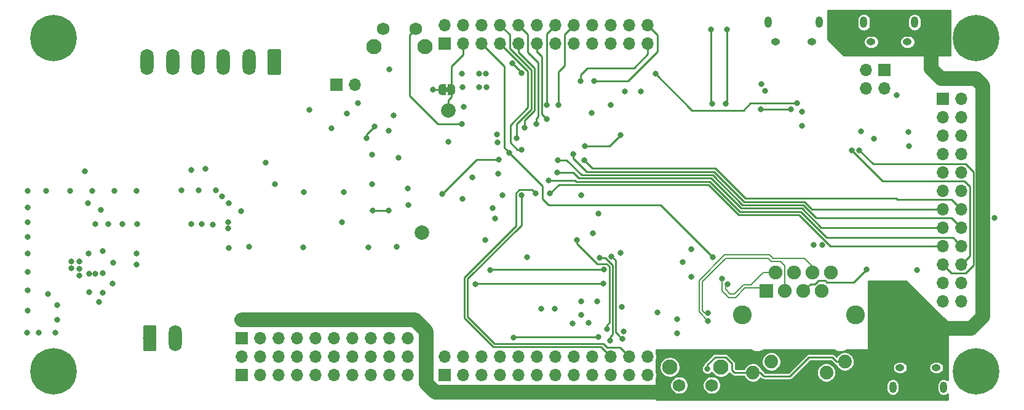
<source format=gbr>
G04 #@! TF.GenerationSoftware,KiCad,Pcbnew,(5.1.2)-1*
G04 #@! TF.CreationDate,2019-05-24T14:01:13-03:00*
G04 #@! TF.ProjectId,trololo,74726f6c-6f6c-46f2-9e6b-696361645f70,rev?*
G04 #@! TF.SameCoordinates,Original*
G04 #@! TF.FileFunction,Copper,L4,Bot*
G04 #@! TF.FilePolarity,Positive*
%FSLAX46Y46*%
G04 Gerber Fmt 4.6, Leading zero omitted, Abs format (unit mm)*
G04 Created by KiCad (PCBNEW (5.1.2)-1) date 2019-05-24 14:01:13*
%MOMM*%
%LPD*%
G04 APERTURE LIST*
%ADD10C,0.100000*%
%ADD11C,2.100000*%
%ADD12C,1.750000*%
%ADD13C,2.000000*%
%ADD14C,0.500000*%
%ADD15R,1.700000X1.700000*%
%ADD16O,1.700000X1.700000*%
%ADD17O,1.000000X1.550000*%
%ADD18O,1.250000X0.950000*%
%ADD19R,1.900000X1.900000*%
%ADD20C,1.900000*%
%ADD21C,1.890000*%
%ADD22C,2.600000*%
%ADD23C,1.800000*%
%ADD24O,1.800000X3.600000*%
%ADD25C,0.800000*%
%ADD26C,6.400000*%
%ADD27C,0.250000*%
%ADD28C,2.000000*%
%ADD29C,0.200000*%
%ADD30C,0.254000*%
G04 APERTURE END LIST*
D10*
G36*
X116844000Y-39070000D02*
G01*
X117344000Y-39070000D01*
X117344000Y-39670000D01*
X116844000Y-39670000D01*
X116844000Y-39070000D01*
G37*
D11*
X147810940Y-77657160D03*
D12*
X149070940Y-80147160D03*
X153570940Y-80147160D03*
D11*
X154820940Y-77657160D03*
X114101160Y-33457680D03*
D12*
X112841160Y-30967680D03*
X108341160Y-30967680D03*
D11*
X107091160Y-33457680D03*
D13*
X113713260Y-59067700D03*
D14*
X117744000Y-39370000D03*
D10*
G36*
X117244000Y-38620000D02*
G01*
X117744000Y-38620000D01*
X117744000Y-38620602D01*
X117768534Y-38620602D01*
X117817365Y-38625412D01*
X117865490Y-38634984D01*
X117912445Y-38649228D01*
X117957778Y-38668005D01*
X118001051Y-38691136D01*
X118041850Y-38718396D01*
X118079779Y-38749524D01*
X118114476Y-38784221D01*
X118145604Y-38822150D01*
X118172864Y-38862949D01*
X118195995Y-38906222D01*
X118214772Y-38951555D01*
X118229016Y-38998510D01*
X118238588Y-39046635D01*
X118243398Y-39095466D01*
X118243398Y-39120000D01*
X118244000Y-39120000D01*
X118244000Y-39620000D01*
X118243398Y-39620000D01*
X118243398Y-39644534D01*
X118238588Y-39693365D01*
X118229016Y-39741490D01*
X118214772Y-39788445D01*
X118195995Y-39833778D01*
X118172864Y-39877051D01*
X118145604Y-39917850D01*
X118114476Y-39955779D01*
X118079779Y-39990476D01*
X118041850Y-40021604D01*
X118001051Y-40048864D01*
X117957778Y-40071995D01*
X117912445Y-40090772D01*
X117865490Y-40105016D01*
X117817365Y-40114588D01*
X117768534Y-40119398D01*
X117744000Y-40119398D01*
X117744000Y-40120000D01*
X117244000Y-40120000D01*
X117244000Y-38620000D01*
X117244000Y-38620000D01*
G37*
D14*
X116444000Y-39370000D03*
D10*
G36*
X116444000Y-40119398D02*
G01*
X116419466Y-40119398D01*
X116370635Y-40114588D01*
X116322510Y-40105016D01*
X116275555Y-40090772D01*
X116230222Y-40071995D01*
X116186949Y-40048864D01*
X116146150Y-40021604D01*
X116108221Y-39990476D01*
X116073524Y-39955779D01*
X116042396Y-39917850D01*
X116015136Y-39877051D01*
X115992005Y-39833778D01*
X115973228Y-39788445D01*
X115958984Y-39741490D01*
X115949412Y-39693365D01*
X115944602Y-39644534D01*
X115944602Y-39620000D01*
X115944000Y-39620000D01*
X115944000Y-39120000D01*
X115944602Y-39120000D01*
X115944602Y-39095466D01*
X115949412Y-39046635D01*
X115958984Y-38998510D01*
X115973228Y-38951555D01*
X115992005Y-38906222D01*
X116015136Y-38862949D01*
X116042396Y-38822150D01*
X116073524Y-38784221D01*
X116108221Y-38749524D01*
X116146150Y-38718396D01*
X116186949Y-38691136D01*
X116230222Y-38668005D01*
X116275555Y-38649228D01*
X116322510Y-38634984D01*
X116370635Y-38625412D01*
X116419466Y-38620602D01*
X116444000Y-38620602D01*
X116444000Y-38620000D01*
X116944000Y-38620000D01*
X116944000Y-40120000D01*
X116444000Y-40120000D01*
X116444000Y-40119398D01*
X116444000Y-40119398D01*
G37*
D13*
X117304820Y-42224960D03*
D15*
X116840000Y-33020000D03*
D16*
X116840000Y-30480000D03*
X119380000Y-33020000D03*
X119380000Y-30480000D03*
X121920000Y-33020000D03*
X121920000Y-30480000D03*
X124460000Y-33020000D03*
X124460000Y-30480000D03*
X127000000Y-33020000D03*
X127000000Y-30480000D03*
X129540000Y-33020000D03*
X129540000Y-30480000D03*
X132080000Y-33020000D03*
X132080000Y-30480000D03*
X134620000Y-33020000D03*
X134620000Y-30480000D03*
X137160000Y-33020000D03*
X137160000Y-30480000D03*
X139700000Y-33020000D03*
X139700000Y-30480000D03*
X142240000Y-33020000D03*
X142240000Y-30480000D03*
X144780000Y-33020000D03*
X144780000Y-30480000D03*
D17*
X174503200Y-30091400D03*
X181503200Y-30091400D03*
D18*
X180503200Y-32791400D03*
X175503200Y-32791400D03*
D17*
X185491000Y-80424000D03*
X178491000Y-80424000D03*
D18*
X179491000Y-77724000D03*
X184491000Y-77724000D03*
D17*
X161346000Y-30066000D03*
X168346000Y-30066000D03*
D18*
X167346000Y-32766000D03*
X162346000Y-32766000D03*
D19*
X161112200Y-67170300D03*
D20*
X162382200Y-64630300D03*
X163652200Y-67170300D03*
X164922200Y-64630300D03*
X166192200Y-67170300D03*
X167462200Y-64630300D03*
X168732200Y-67170300D03*
X170002200Y-64630300D03*
D21*
X171882200Y-76890300D03*
X169342200Y-78410300D03*
X161772200Y-76890300D03*
X159232200Y-78410300D03*
D22*
X157782200Y-70460300D03*
X173332200Y-70460300D03*
D15*
X88900000Y-78740000D03*
D16*
X88900000Y-76200000D03*
X91440000Y-78740000D03*
X91440000Y-76200000D03*
X93980000Y-78740000D03*
X93980000Y-76200000D03*
X96520000Y-78740000D03*
X96520000Y-76200000D03*
X99060000Y-78740000D03*
X99060000Y-76200000D03*
X101600000Y-78740000D03*
X101600000Y-76200000D03*
X104140000Y-78740000D03*
X104140000Y-76200000D03*
X106680000Y-78740000D03*
X106680000Y-76200000D03*
X109220000Y-78740000D03*
X109220000Y-76200000D03*
X111760000Y-78740000D03*
X111760000Y-76200000D03*
D15*
X88900000Y-73660000D03*
D16*
X88900000Y-71120000D03*
X91440000Y-73660000D03*
X91440000Y-71120000D03*
X93980000Y-73660000D03*
X93980000Y-71120000D03*
X96520000Y-73660000D03*
X96520000Y-71120000D03*
X99060000Y-73660000D03*
X99060000Y-71120000D03*
X101600000Y-73660000D03*
X101600000Y-71120000D03*
X104140000Y-73660000D03*
X104140000Y-71120000D03*
X106680000Y-73660000D03*
X106680000Y-71120000D03*
X109220000Y-73660000D03*
X109220000Y-71120000D03*
X111760000Y-73660000D03*
X111760000Y-71120000D03*
D15*
X101942900Y-38658800D03*
D16*
X104482900Y-38658800D03*
D15*
X177302160Y-36695380D03*
D16*
X177302160Y-39235380D03*
X174762160Y-36695380D03*
X174762160Y-39235380D03*
D10*
G36*
X76874504Y-71861204D02*
G01*
X76898773Y-71864804D01*
X76922571Y-71870765D01*
X76945671Y-71879030D01*
X76967849Y-71889520D01*
X76988893Y-71902133D01*
X77008598Y-71916747D01*
X77026777Y-71933223D01*
X77043253Y-71951402D01*
X77057867Y-71971107D01*
X77070480Y-71992151D01*
X77080970Y-72014329D01*
X77089235Y-72037429D01*
X77095196Y-72061227D01*
X77098796Y-72085496D01*
X77100000Y-72110000D01*
X77100000Y-75210000D01*
X77098796Y-75234504D01*
X77095196Y-75258773D01*
X77089235Y-75282571D01*
X77080970Y-75305671D01*
X77070480Y-75327849D01*
X77057867Y-75348893D01*
X77043253Y-75368598D01*
X77026777Y-75386777D01*
X77008598Y-75403253D01*
X76988893Y-75417867D01*
X76967849Y-75430480D01*
X76945671Y-75440970D01*
X76922571Y-75449235D01*
X76898773Y-75455196D01*
X76874504Y-75458796D01*
X76850000Y-75460000D01*
X75550000Y-75460000D01*
X75525496Y-75458796D01*
X75501227Y-75455196D01*
X75477429Y-75449235D01*
X75454329Y-75440970D01*
X75432151Y-75430480D01*
X75411107Y-75417867D01*
X75391402Y-75403253D01*
X75373223Y-75386777D01*
X75356747Y-75368598D01*
X75342133Y-75348893D01*
X75329520Y-75327849D01*
X75319030Y-75305671D01*
X75310765Y-75282571D01*
X75304804Y-75258773D01*
X75301204Y-75234504D01*
X75300000Y-75210000D01*
X75300000Y-72110000D01*
X75301204Y-72085496D01*
X75304804Y-72061227D01*
X75310765Y-72037429D01*
X75319030Y-72014329D01*
X75329520Y-71992151D01*
X75342133Y-71971107D01*
X75356747Y-71951402D01*
X75373223Y-71933223D01*
X75391402Y-71916747D01*
X75411107Y-71902133D01*
X75432151Y-71889520D01*
X75454329Y-71879030D01*
X75477429Y-71870765D01*
X75501227Y-71864804D01*
X75525496Y-71861204D01*
X75550000Y-71860000D01*
X76850000Y-71860000D01*
X76874504Y-71861204D01*
X76874504Y-71861204D01*
G37*
D23*
X76200000Y-73660000D03*
D24*
X79700000Y-73660000D03*
D15*
X116840000Y-78740000D03*
D16*
X116840000Y-76200000D03*
X119380000Y-78740000D03*
X119380000Y-76200000D03*
X121920000Y-78740000D03*
X121920000Y-76200000D03*
X124460000Y-78740000D03*
X124460000Y-76200000D03*
X127000000Y-78740000D03*
X127000000Y-76200000D03*
X129540000Y-78740000D03*
X129540000Y-76200000D03*
X132080000Y-78740000D03*
X132080000Y-76200000D03*
X134620000Y-78740000D03*
X134620000Y-76200000D03*
X137160000Y-78740000D03*
X137160000Y-76200000D03*
X139700000Y-78740000D03*
X139700000Y-76200000D03*
X142240000Y-78740000D03*
X142240000Y-76200000D03*
X144780000Y-78740000D03*
X144780000Y-76200000D03*
X187960000Y-68580000D03*
X185420000Y-68580000D03*
X187960000Y-66040000D03*
X185420000Y-66040000D03*
X187960000Y-63500000D03*
X185420000Y-63500000D03*
X187960000Y-60960000D03*
X185420000Y-60960000D03*
X187960000Y-58420000D03*
X185420000Y-58420000D03*
X187960000Y-55880000D03*
X185420000Y-55880000D03*
X187960000Y-53340000D03*
X185420000Y-53340000D03*
X187960000Y-50800000D03*
X185420000Y-50800000D03*
X187960000Y-48260000D03*
X185420000Y-48260000D03*
X187960000Y-45720000D03*
X185420000Y-45720000D03*
X187960000Y-43180000D03*
X185420000Y-43180000D03*
X187960000Y-40640000D03*
D15*
X185420000Y-40640000D03*
D10*
G36*
X94034504Y-33761204D02*
G01*
X94058773Y-33764804D01*
X94082571Y-33770765D01*
X94105671Y-33779030D01*
X94127849Y-33789520D01*
X94148893Y-33802133D01*
X94168598Y-33816747D01*
X94186777Y-33833223D01*
X94203253Y-33851402D01*
X94217867Y-33871107D01*
X94230480Y-33892151D01*
X94240970Y-33914329D01*
X94249235Y-33937429D01*
X94255196Y-33961227D01*
X94258796Y-33985496D01*
X94260000Y-34010000D01*
X94260000Y-37110000D01*
X94258796Y-37134504D01*
X94255196Y-37158773D01*
X94249235Y-37182571D01*
X94240970Y-37205671D01*
X94230480Y-37227849D01*
X94217867Y-37248893D01*
X94203253Y-37268598D01*
X94186777Y-37286777D01*
X94168598Y-37303253D01*
X94148893Y-37317867D01*
X94127849Y-37330480D01*
X94105671Y-37340970D01*
X94082571Y-37349235D01*
X94058773Y-37355196D01*
X94034504Y-37358796D01*
X94010000Y-37360000D01*
X92710000Y-37360000D01*
X92685496Y-37358796D01*
X92661227Y-37355196D01*
X92637429Y-37349235D01*
X92614329Y-37340970D01*
X92592151Y-37330480D01*
X92571107Y-37317867D01*
X92551402Y-37303253D01*
X92533223Y-37286777D01*
X92516747Y-37268598D01*
X92502133Y-37248893D01*
X92489520Y-37227849D01*
X92479030Y-37205671D01*
X92470765Y-37182571D01*
X92464804Y-37158773D01*
X92461204Y-37134504D01*
X92460000Y-37110000D01*
X92460000Y-34010000D01*
X92461204Y-33985496D01*
X92464804Y-33961227D01*
X92470765Y-33937429D01*
X92479030Y-33914329D01*
X92489520Y-33892151D01*
X92502133Y-33871107D01*
X92516747Y-33851402D01*
X92533223Y-33833223D01*
X92551402Y-33816747D01*
X92571107Y-33802133D01*
X92592151Y-33789520D01*
X92614329Y-33779030D01*
X92637429Y-33770765D01*
X92661227Y-33764804D01*
X92685496Y-33761204D01*
X92710000Y-33760000D01*
X94010000Y-33760000D01*
X94034504Y-33761204D01*
X94034504Y-33761204D01*
G37*
D23*
X93360000Y-35560000D03*
D24*
X89860000Y-35560000D03*
X86360000Y-35560000D03*
X82860000Y-35560000D03*
X79360000Y-35560000D03*
X75860000Y-35560000D03*
D25*
X61294944Y-33955056D03*
X62992000Y-34658000D03*
X64689056Y-33955056D03*
X65392000Y-32258000D03*
X64689056Y-30560944D03*
X62992000Y-29858000D03*
X61294944Y-30560944D03*
X60592000Y-32258000D03*
D26*
X62992000Y-32258000D03*
X62992000Y-78232000D03*
D25*
X65392000Y-78232000D03*
X64689056Y-79929056D03*
X62992000Y-80632000D03*
X61294944Y-79929056D03*
X60592000Y-78232000D03*
X61294944Y-76534944D03*
X62992000Y-75832000D03*
X64689056Y-76534944D03*
X188294944Y-33955056D03*
X189992000Y-34658000D03*
X191689056Y-33955056D03*
X192392000Y-32258000D03*
X191689056Y-30560944D03*
X189992000Y-29858000D03*
X188294944Y-30560944D03*
X187592000Y-32258000D03*
D26*
X189992000Y-32258000D03*
X189992000Y-78232000D03*
D25*
X192392000Y-78232000D03*
X191689056Y-79929056D03*
X189992000Y-80632000D03*
X188294944Y-79929056D03*
X187592000Y-78232000D03*
X188294944Y-76534944D03*
X189992000Y-75832000D03*
X191689056Y-76534944D03*
X146080480Y-70073280D03*
X137967720Y-56436260D03*
X139629611Y-41456185D03*
X106293920Y-61153040D03*
X124741940Y-53964840D03*
X131993640Y-69565520D03*
X109166660Y-36558220D03*
X68684140Y-57914540D03*
X70520560Y-57914540D03*
X72425560Y-57937400D03*
X74442320Y-57942480D03*
X71120000Y-66116200D03*
X69761100Y-64693800D03*
X71132700Y-63271400D03*
X69697600Y-61620400D03*
X74422000Y-53340000D03*
X74422000Y-63500000D03*
X74422000Y-61976000D03*
X61976000Y-53340000D03*
X59436000Y-53340000D03*
X68326000Y-53340000D03*
X71374000Y-53340000D03*
X65278000Y-53340000D03*
X59349000Y-72898000D03*
X59436000Y-61976000D03*
X59436000Y-57658000D03*
X59436000Y-67056000D03*
X59436000Y-64516000D03*
X59436000Y-69850000D03*
X59436000Y-59690000D03*
X59436000Y-55626000D03*
X63246000Y-72898000D03*
X63497420Y-69085420D03*
X63497420Y-71117420D03*
X60960000Y-72898000D03*
X62230000Y-67564000D03*
X106845098Y-52438300D03*
X137831260Y-68569140D03*
X135582420Y-68582300D03*
X153451560Y-31074360D03*
X111770160Y-55316120D03*
X122547620Y-39024800D03*
X121513360Y-39024800D03*
X119220220Y-39032420D03*
X123766080Y-57190140D03*
X69761100Y-67386200D03*
X115189000Y-39370000D03*
X124124720Y-46682662D03*
X120629440Y-51516040D03*
X174086398Y-45151160D03*
X166030750Y-42384980D03*
X153629360Y-41287700D03*
X180670200Y-45189140D03*
X117302280Y-46548040D03*
X135590280Y-53901340D03*
X124035820Y-45587920D03*
X148778200Y-71015860D03*
X148778200Y-73019920D03*
X141183360Y-69319140D03*
X137021094Y-42568970D03*
X141607540Y-39616140D03*
X143809720Y-39601140D03*
X137190480Y-59174620D03*
X119265700Y-54477920D03*
X103359504Y-42679482D03*
X130136900Y-69598540D03*
X181838600Y-64231520D03*
X141043660Y-61882020D03*
X69446140Y-56007000D03*
X67688460Y-55039260D03*
X67818000Y-61976000D03*
X67830700Y-67297300D03*
X65405000Y-63982600D03*
X67840620Y-64747380D03*
X68732400Y-64744600D03*
X66506720Y-65065280D03*
X123451620Y-55694580D03*
X134414260Y-71645780D03*
X135600200Y-70457300D03*
X136624060Y-71513700D03*
X141433360Y-72728900D03*
X150746460Y-65173860D03*
X149563060Y-63200520D03*
X155646120Y-31074360D03*
X160378140Y-38580060D03*
X160957260Y-39540180D03*
X167640000Y-60764420D03*
X168750692Y-60811968D03*
X179049680Y-40147240D03*
X110454440Y-48780700D03*
X111749840Y-53022500D03*
X122512060Y-37149800D03*
X121531620Y-37149800D03*
X119204980Y-37157420D03*
X69189600Y-68707000D03*
X66522600Y-64058800D03*
X66522600Y-63042800D03*
X65405000Y-63093600D03*
X106849760Y-48378960D03*
X101269800Y-44729400D03*
X104835960Y-41221660D03*
X175921722Y-46134673D03*
X124180600Y-50990500D03*
X109743000Y-42911000D03*
X109093000Y-45085000D03*
X119413020Y-41744900D03*
X128135380Y-62501780D03*
X150749000Y-61386720D03*
X67256660Y-50591720D03*
X166032180Y-44404280D03*
X192529260Y-57061100D03*
X102943660Y-53533040D03*
X110185200Y-61023500D03*
X155501340Y-41292780D03*
X180710840Y-47155100D03*
X122384820Y-60111640D03*
X102704900Y-57685940D03*
X138653520Y-66146680D03*
X121032110Y-66174665D03*
X138709400Y-64160400D03*
X123058389Y-64231059D03*
X137937670Y-73484310D03*
X126329440Y-73553320D03*
X139174913Y-72377796D03*
X135041640Y-60078620D03*
X138176000Y-62611000D03*
X139603480Y-74033380D03*
X141287492Y-73787000D03*
X139776198Y-62382400D03*
X106941620Y-56073040D03*
X109141260Y-56062880D03*
X126139367Y-35760233D03*
X127381000Y-37084000D03*
X136144000Y-47134780D03*
X125737620Y-48107600D03*
X141038580Y-45633640D03*
X153723340Y-62478920D03*
X172819074Y-47751160D03*
X173913800Y-47713900D03*
X160294320Y-42092880D03*
X164495480Y-42097960D03*
X145806160Y-37203380D03*
X165308280Y-41236900D03*
X176735740Y-66438780D03*
X176735740Y-69347080D03*
X176735740Y-67497960D03*
X176735740Y-68473320D03*
X182753000Y-32131000D03*
X184658000Y-31115000D03*
X184658000Y-29337000D03*
X182880000Y-31115000D03*
X182880000Y-29337000D03*
X183769000Y-30226000D03*
X186055000Y-31115000D03*
X186055000Y-29337000D03*
X185293000Y-30226000D03*
X171173140Y-31635700D03*
X172509180Y-31635700D03*
X169857420Y-31658560D03*
X169903140Y-28829000D03*
X172509180Y-28806140D03*
X171084240Y-28829000D03*
X171173140Y-30299660D03*
X172486320Y-30276800D03*
X169857420Y-30276800D03*
X107155979Y-44450000D03*
X106056186Y-46084941D03*
X153055320Y-71264000D03*
X153055320Y-70214000D03*
X155755732Y-66182632D03*
X155013268Y-65440168D03*
X174876460Y-64190880D03*
X130822700Y-43402511D03*
X129443480Y-44127511D03*
X127835660Y-44594780D03*
X126682500Y-46073060D03*
X127370840Y-47645320D03*
X119171720Y-44091860D03*
X116476780Y-53784500D03*
X124218700Y-49055020D03*
X127351370Y-53952990D03*
X129313938Y-53662580D03*
X131307840Y-53710840D03*
X131135120Y-51925220D03*
X132341620Y-50787300D03*
X132417820Y-49095660D03*
X134495540Y-48280320D03*
X136032240Y-49096228D03*
X137388600Y-38227000D03*
X135518740Y-38210376D03*
X132483860Y-41502490D03*
X130900010Y-41471680D03*
X97403920Y-53540660D03*
X84879180Y-57967880D03*
X81922620Y-57937400D03*
X83365340Y-57937400D03*
X89916000Y-61087000D03*
X92146120Y-49425860D03*
X98191320Y-42169080D03*
X83898740Y-50322480D03*
X81904840Y-50441860D03*
X97309940Y-61153040D03*
X93451680Y-52392580D03*
X80601820Y-53266340D03*
X82931240Y-53284360D03*
X85298520Y-53276740D03*
X86144100Y-54122320D03*
X87049360Y-55027580D03*
X87039200Y-57629040D03*
X87039200Y-58497720D03*
X88767920Y-56164480D03*
X87068660Y-61188600D03*
X152976580Y-77896720D03*
D27*
X116444000Y-39370000D02*
X115189000Y-39370000D01*
X153451560Y-41109900D02*
X153629360Y-41287700D01*
X153451560Y-31074360D02*
X153451560Y-41109900D01*
X155646120Y-41148000D02*
X155501340Y-41292780D01*
X155646120Y-31074360D02*
X155646120Y-41148000D01*
X138653520Y-66146680D02*
X121060095Y-66146680D01*
X121060095Y-66146680D02*
X121032110Y-66174665D01*
X138709400Y-64160400D02*
X123129048Y-64160400D01*
X123129048Y-64160400D02*
X123058389Y-64231059D01*
X126398450Y-73484310D02*
X126329440Y-73553320D01*
X137937670Y-73484310D02*
X126398450Y-73484310D01*
X137821135Y-63423800D02*
X135041640Y-60644305D01*
X139115800Y-63423800D02*
X137821135Y-63423800D01*
X135041640Y-60644305D02*
X135041640Y-60078620D01*
X139467934Y-71519090D02*
X139467934Y-63775934D01*
X139174913Y-71812111D02*
X139467934Y-71519090D01*
X139467934Y-63775934D02*
X139115800Y-63423800D01*
X139174913Y-72377796D02*
X139174913Y-71812111D01*
X139918440Y-73152735D02*
X139603480Y-73467695D01*
X139603480Y-73467695D02*
X139603480Y-74033380D01*
X139918440Y-63590029D02*
X139918440Y-73152735D01*
X138939411Y-62611000D02*
X139918440Y-63590029D01*
X138176000Y-62611000D02*
X138939411Y-62611000D01*
X140383260Y-62989462D02*
X140176197Y-62782399D01*
X140176197Y-62782399D02*
X139776198Y-62382400D01*
X140383260Y-72838479D02*
X140383260Y-62989462D01*
X140887493Y-73342712D02*
X140383260Y-72838479D01*
X140887493Y-73387001D02*
X140887493Y-73342712D01*
X141287492Y-73787000D02*
X140887493Y-73387001D01*
X106941620Y-56073040D02*
X109131100Y-56073040D01*
X109131100Y-56073040D02*
X109141260Y-56062880D01*
X127381000Y-37001866D02*
X126139367Y-35760233D01*
X127381000Y-37084000D02*
X127381000Y-37001866D01*
X125053421Y-36153421D02*
X125053421Y-47423401D01*
X125337621Y-47707601D02*
X125737620Y-48107600D01*
X121920000Y-33020000D02*
X125053421Y-36153421D01*
X125053421Y-47423401D02*
X125337621Y-47707601D01*
X140638581Y-46033639D02*
X141038580Y-45633640D01*
X139537440Y-47134780D02*
X140638581Y-46033639D01*
X136144000Y-47134780D02*
X139537440Y-47134780D01*
X125737620Y-48107600D02*
X130309620Y-52679600D01*
X146514820Y-55270400D02*
X153323341Y-62078921D01*
X130309620Y-54477920D02*
X131102100Y-55270400D01*
X131102100Y-55270400D02*
X146514820Y-55270400D01*
X130309620Y-52679600D02*
X130309620Y-54477920D01*
X153323341Y-62078921D02*
X153723340Y-62478920D01*
X172830920Y-47751160D02*
X172819074Y-47751160D01*
X177054761Y-51975001D02*
X172830920Y-47751160D01*
X188334003Y-51975001D02*
X177054761Y-51975001D01*
X189135001Y-52775999D02*
X188334003Y-51975001D01*
X187960000Y-63500000D02*
X189135001Y-62324999D01*
X189135001Y-62324999D02*
X189135001Y-52775999D01*
X186595001Y-64675001D02*
X185420000Y-63500000D01*
X188524001Y-64675001D02*
X186595001Y-64675001D01*
X173913800Y-47716440D02*
X175822359Y-49624999D01*
X173913800Y-47713900D02*
X173913800Y-47716440D01*
X175822359Y-49624999D02*
X188524001Y-49624999D01*
X188524001Y-49624999D02*
X189598300Y-50699298D01*
X189598300Y-50699298D02*
X189598300Y-63600702D01*
X189598300Y-63600702D02*
X188524001Y-64675001D01*
X160294320Y-42092880D02*
X164490400Y-42092880D01*
X164490400Y-42092880D02*
X164495480Y-42097960D01*
X164742595Y-41236900D02*
X165308280Y-41236900D01*
X158912560Y-41236900D02*
X164742595Y-41236900D01*
X157914340Y-42235120D02*
X158912560Y-41236900D01*
X145806160Y-37203380D02*
X150837900Y-42235120D01*
X150837900Y-42235120D02*
X157914340Y-42235120D01*
X184658000Y-31115000D02*
X182880000Y-31115000D01*
X182880000Y-31115000D02*
X183769000Y-30226000D01*
X184658000Y-31115000D02*
X186055000Y-31115000D01*
X184658000Y-31115000D02*
X184658000Y-30861000D01*
X184658000Y-30861000D02*
X185293000Y-30226000D01*
X171173140Y-31635700D02*
X172509180Y-31635700D01*
X169857420Y-28874720D02*
X169903140Y-28829000D01*
X172509180Y-31635700D02*
X172509180Y-30299660D01*
X172509180Y-30299660D02*
X172486320Y-30276800D01*
X169857420Y-31658560D02*
X169857420Y-30276800D01*
X169857420Y-30276800D02*
X169857420Y-28874720D01*
D28*
X88900000Y-71120000D02*
X112712500Y-71120000D01*
X114305080Y-79890620D02*
X115534440Y-81119980D01*
X114305080Y-72712580D02*
X114305080Y-79890620D01*
X112712500Y-71120000D02*
X114305080Y-72712580D01*
X171610020Y-81119980D02*
X180340000Y-72390000D01*
X145434022Y-81119980D02*
X145461962Y-81147920D01*
X115534440Y-81119980D02*
X145434022Y-81119980D01*
X145461962Y-81147920D02*
X146679920Y-81147920D01*
X183769000Y-31958280D02*
X183769000Y-30226000D01*
X183769000Y-36522660D02*
X183769000Y-31958280D01*
X185127900Y-37881560D02*
X183769000Y-36522660D01*
X189969140Y-37881560D02*
X185127900Y-37881560D01*
X190929260Y-38841680D02*
X189969140Y-37881560D01*
X184774840Y-72293480D02*
X189293500Y-72293480D01*
X189293500Y-72293480D02*
X190929260Y-70657720D01*
X190929260Y-70657720D02*
X190929260Y-38841680D01*
D27*
X106056186Y-45549793D02*
X106056186Y-46084941D01*
X107155979Y-44450000D02*
X106056186Y-45549793D01*
D29*
X151854960Y-70063640D02*
X151854960Y-65664860D01*
X153055320Y-71264000D02*
X151854960Y-70063640D01*
X151854960Y-65664860D02*
X155344640Y-62175180D01*
X167462200Y-63792100D02*
X167462200Y-64630300D01*
X155344640Y-62175180D02*
X161515279Y-62175180D01*
X166339520Y-62669420D02*
X167462200Y-63792100D01*
X161515279Y-62175180D02*
X162009519Y-62669420D01*
X162009519Y-62669420D02*
X166339520Y-62669420D01*
X163652200Y-64948499D02*
X163652200Y-67170300D01*
X163632201Y-64928500D02*
X163652200Y-64948499D01*
X163632201Y-63678121D02*
X163632201Y-64928500D01*
X152641717Y-70214000D02*
X152304960Y-69877243D01*
X152304960Y-69877243D02*
X152304960Y-65851260D01*
X163052760Y-63098680D02*
X163632201Y-63678121D01*
X153055320Y-70214000D02*
X152641717Y-70214000D01*
X161328881Y-62625180D02*
X161802381Y-63098680D01*
X152304960Y-65851260D02*
X155531040Y-62625180D01*
X161802381Y-63098680D02*
X163052760Y-63098680D01*
X155531040Y-62625180D02*
X161328881Y-62625180D01*
X160657540Y-64630300D02*
X162382200Y-64630300D01*
X158977540Y-66310300D02*
X160657540Y-64630300D01*
X155463268Y-66475096D02*
X155463268Y-66928328D01*
X155755732Y-66182632D02*
X155463268Y-66475096D01*
X155463268Y-66928328D02*
X156125400Y-67590460D01*
X156125400Y-67590460D02*
X156645120Y-67590460D01*
X156645120Y-67590460D02*
X157925280Y-66310300D01*
X157925280Y-66310300D02*
X158977540Y-66310300D01*
X155013268Y-67114728D02*
X155939000Y-68040460D01*
X155013268Y-65440168D02*
X155013268Y-67114728D01*
X155939000Y-68040460D02*
X156831520Y-68040460D01*
X160702200Y-66760300D02*
X161112200Y-67170300D01*
X158111680Y-66760300D02*
X160702200Y-66760300D01*
X156831520Y-68040460D02*
X158111680Y-66760300D01*
D27*
X169396141Y-65947239D02*
X173120101Y-65947239D01*
X169173942Y-65725040D02*
X169396141Y-65947239D01*
X168254462Y-65725040D02*
X169173942Y-65725040D01*
X174476461Y-64590879D02*
X174876460Y-64190880D01*
X167759201Y-66220301D02*
X168254462Y-65725040D01*
X167142199Y-66220301D02*
X167759201Y-66220301D01*
X173120101Y-65947239D02*
X174476461Y-64590879D01*
X166192200Y-67170300D02*
X167142199Y-66220301D01*
X129540000Y-34222081D02*
X129540000Y-33020000D01*
X129599081Y-34222081D02*
X129540000Y-34222081D01*
X130175000Y-34798000D02*
X129599081Y-34222081D01*
X130822700Y-43402511D02*
X130175000Y-42754811D01*
X130175000Y-42754811D02*
X130175000Y-34798000D01*
X127849999Y-31329999D02*
X127000000Y-30480000D01*
X129443480Y-43350180D02*
X129667000Y-43126660D01*
X129667000Y-43126660D02*
X129667000Y-35643820D01*
X129443480Y-44127511D02*
X129443480Y-43350180D01*
X129667000Y-35643820D02*
X128259840Y-34236660D01*
X128259840Y-31739840D02*
X127849999Y-31329999D01*
X128259840Y-34236660D02*
X128259840Y-31739840D01*
X127835660Y-44594780D02*
X127835660Y-43573982D01*
X127835660Y-43573982D02*
X129170022Y-42239620D01*
X127000000Y-34222081D02*
X127000000Y-33020000D01*
X129170022Y-36392103D02*
X127000000Y-34222081D01*
X129170022Y-42239620D02*
X129170022Y-36392103D01*
X126682500Y-44090731D02*
X126682500Y-45507375D01*
X128720011Y-42053220D02*
X126682500Y-44090731D01*
X126682500Y-45507375D02*
X126682500Y-46073060D01*
X125760010Y-33683600D02*
X128720011Y-36643600D01*
X125760010Y-31780010D02*
X125760010Y-33683600D01*
X128720011Y-36643600D02*
X128720011Y-42053220D01*
X124460000Y-30480000D02*
X125760010Y-31780010D01*
X126805155Y-47645320D02*
X127370840Y-47645320D01*
X125835672Y-46675837D02*
X126805155Y-47645320D01*
X128270000Y-41866820D02*
X125835672Y-44301148D01*
X124460000Y-33020000D02*
X128270000Y-36830000D01*
X125835672Y-44301148D02*
X125835672Y-46675837D01*
X128270000Y-36830000D02*
X128270000Y-41866820D01*
X112841160Y-30967680D02*
X111966161Y-31842679D01*
X115846860Y-44091860D02*
X118606035Y-44091860D01*
X118606035Y-44091860D02*
X119171720Y-44091860D01*
X111966161Y-40211161D02*
X115846860Y-44091860D01*
X111966161Y-31842679D02*
X111966161Y-40211161D01*
X121206260Y-49055020D02*
X123653015Y-49055020D01*
X123653015Y-49055020D02*
X124218700Y-49055020D01*
X116476780Y-53784500D02*
X121206260Y-49055020D01*
X127351370Y-54518675D02*
X127351370Y-53952990D01*
X127351370Y-58090360D02*
X127351370Y-54518675D01*
X119979440Y-65462290D02*
X127351370Y-58090360D01*
X140942060Y-74902060D02*
X139170556Y-74902060D01*
X142240000Y-76200000D02*
X140942060Y-74902060D01*
X139170556Y-74902060D02*
X138662555Y-74394059D01*
X138662555Y-74394059D02*
X123695459Y-74394059D01*
X123695459Y-74394059D02*
X119979440Y-70678040D01*
X119979440Y-70678040D02*
X119979440Y-65462290D01*
X123509059Y-74844070D02*
X119529429Y-70864440D01*
X119529429Y-70864440D02*
X119529429Y-65275890D01*
X119529429Y-65275890D02*
X126606300Y-58199020D01*
X126606300Y-58199020D02*
X126606300Y-53672740D01*
X127081280Y-53197760D02*
X128849118Y-53197760D01*
X126606300Y-53672740D02*
X127081280Y-53197760D01*
X138344070Y-74844070D02*
X123509059Y-74844070D01*
X139700000Y-76200000D02*
X138344070Y-74844070D01*
X128913939Y-53262581D02*
X129313938Y-53662580D01*
X128849118Y-53197760D02*
X128913939Y-53262581D01*
X131307840Y-53710840D02*
X132514725Y-52503955D01*
X169924030Y-60960000D02*
X184217919Y-60960000D01*
X184217919Y-60960000D02*
X185420000Y-60960000D01*
X165603104Y-56639075D02*
X169924030Y-60960000D01*
X157259200Y-56639075D02*
X165603104Y-56639075D01*
X153124085Y-52503955D02*
X157259200Y-56639075D01*
X132514725Y-52503955D02*
X153124085Y-52503955D01*
X131135120Y-51925220D02*
X134782560Y-51925220D01*
X134782560Y-51925220D02*
X134911284Y-52053944D01*
X134911284Y-52053944D02*
X153310484Y-52053944D01*
X153310484Y-52053944D02*
X157445600Y-56189064D01*
X157445600Y-56189064D02*
X165789503Y-56189064D01*
X165789503Y-56189064D02*
X169385438Y-59784999D01*
X169385438Y-59784999D02*
X186784999Y-59784999D01*
X186784999Y-59784999D02*
X187110001Y-60110001D01*
X187110001Y-60110001D02*
X187960000Y-60960000D01*
X184217919Y-58420000D02*
X185420000Y-58420000D01*
X168656849Y-58420000D02*
X184217919Y-58420000D01*
X165975902Y-55739053D02*
X168656849Y-58420000D01*
X157632000Y-55739053D02*
X165975902Y-55739053D01*
X153496883Y-51603933D02*
X157632000Y-55739053D01*
X135294393Y-51603933D02*
X153496883Y-51603933D01*
X134477760Y-50787300D02*
X135294393Y-51603933D01*
X132341620Y-50787300D02*
X134477760Y-50787300D01*
X187110001Y-57570001D02*
X187960000Y-58420000D01*
X186595001Y-57055001D02*
X187110001Y-57570001D01*
X167928261Y-57055001D02*
X186595001Y-57055001D01*
X166162302Y-55289042D02*
X167928261Y-57055001D01*
X157818400Y-55289042D02*
X166162302Y-55289042D01*
X153683282Y-51153922D02*
X157818400Y-55289042D01*
X135652102Y-51153922D02*
X153683282Y-51153922D01*
X133593840Y-49095660D02*
X135652102Y-51153922D01*
X132417820Y-49095660D02*
X133593840Y-49095660D01*
X136353446Y-50703911D02*
X153869681Y-50703911D01*
X134495540Y-48280320D02*
X134495540Y-48846005D01*
X134495540Y-48846005D02*
X136353446Y-50703911D01*
X153869681Y-50703911D02*
X158004800Y-54839031D01*
X158004800Y-54839031D02*
X166348701Y-54839031D01*
X184217919Y-55880000D02*
X185420000Y-55880000D01*
X167389670Y-55880000D02*
X184217919Y-55880000D01*
X166348701Y-54839031D02*
X167389670Y-55880000D01*
X136432239Y-49496227D02*
X136032240Y-49096228D01*
X137161972Y-50225960D02*
X136432239Y-49496227D01*
X154028140Y-50225960D02*
X137161972Y-50225960D01*
X158191200Y-54389020D02*
X154028140Y-50225960D01*
X178970940Y-54389020D02*
X158191200Y-54389020D01*
X179096921Y-54515001D02*
X178970940Y-54389020D01*
X186595001Y-54515001D02*
X179096921Y-54515001D01*
X187960000Y-55880000D02*
X186595001Y-54515001D01*
X146103340Y-34129980D02*
X142006320Y-38227000D01*
X142006320Y-38227000D02*
X137954285Y-38227000D01*
X144780000Y-30480000D02*
X146103340Y-31803340D01*
X137954285Y-38227000D02*
X137388600Y-38227000D01*
X146103340Y-31803340D02*
X146103340Y-34129980D01*
X135481060Y-37373560D02*
X135481060Y-38172696D01*
X136481820Y-36372800D02*
X135481060Y-37373560D01*
X142902940Y-36372800D02*
X136481820Y-36372800D01*
X135481060Y-38172696D02*
X135518740Y-38210376D01*
X144780000Y-33020000D02*
X144780000Y-34495740D01*
X144780000Y-34495740D02*
X142902940Y-36372800D01*
X133339391Y-31760609D02*
X134620000Y-30480000D01*
X133339391Y-36039611D02*
X133339391Y-31760609D01*
X132483860Y-36895142D02*
X133339391Y-36039611D01*
X132483860Y-41502490D02*
X132483860Y-36895142D01*
X130900010Y-31659990D02*
X130900010Y-40905995D01*
X132080000Y-30480000D02*
X130900010Y-31659990D01*
X130900010Y-40905995D02*
X130900010Y-41471680D01*
X170771240Y-76890300D02*
X170157140Y-76276200D01*
X166938960Y-76276200D02*
X164338000Y-78877160D01*
X171882200Y-76890300D02*
X170771240Y-76890300D01*
X164338000Y-78877160D02*
X160723580Y-78877160D01*
X170157140Y-76276200D02*
X166938960Y-76276200D01*
X160256720Y-78410300D02*
X159232200Y-78410300D01*
X160723580Y-78877160D02*
X160256720Y-78410300D01*
X155480941Y-76282159D02*
X156329380Y-77130598D01*
X154025456Y-76282159D02*
X155480941Y-76282159D01*
X152976580Y-77896720D02*
X152976580Y-77331035D01*
X152976580Y-77331035D02*
X154025456Y-76282159D01*
X156329380Y-77130598D02*
X156329380Y-78056740D01*
X156682940Y-78410300D02*
X159232200Y-78410300D01*
X156329380Y-78056740D02*
X156682940Y-78410300D01*
X117729000Y-39385000D02*
X117744000Y-39370000D01*
X117744000Y-39370000D02*
X117744000Y-36180000D01*
X119380000Y-34544000D02*
X119380000Y-33020000D01*
X117744000Y-36180000D02*
X119380000Y-34544000D01*
X117744000Y-40371567D02*
X117744000Y-40157160D01*
X117304820Y-42224960D02*
X117304820Y-40810747D01*
X117304820Y-40810747D02*
X117744000Y-40371567D01*
X117744000Y-39370000D02*
X117744000Y-40157160D01*
D30*
G36*
X186021980Y-71454558D02*
G01*
X186021980Y-79445066D01*
X185982824Y-79412932D01*
X185829774Y-79331125D01*
X185663705Y-79280748D01*
X185491000Y-79263738D01*
X185318294Y-79280748D01*
X185152225Y-79331125D01*
X184999175Y-79412932D01*
X184865025Y-79523025D01*
X184754932Y-79657176D01*
X184673125Y-79810226D01*
X184622748Y-79976295D01*
X184610000Y-80105728D01*
X184610000Y-80742273D01*
X184622748Y-80871706D01*
X184673125Y-81037775D01*
X184754933Y-81190825D01*
X184865026Y-81324975D01*
X184999176Y-81435068D01*
X185152226Y-81516875D01*
X185318295Y-81567252D01*
X185491000Y-81584262D01*
X185663706Y-81567252D01*
X185829775Y-81516875D01*
X185982825Y-81435068D01*
X186021980Y-81402935D01*
X186021980Y-82094000D01*
X145972791Y-82094000D01*
X145971571Y-80023455D01*
X147814940Y-80023455D01*
X147814940Y-80270865D01*
X147863208Y-80513522D01*
X147957887Y-80742099D01*
X148095341Y-80947813D01*
X148270287Y-81122759D01*
X148476001Y-81260213D01*
X148704578Y-81354892D01*
X148947235Y-81403160D01*
X149194645Y-81403160D01*
X149437302Y-81354892D01*
X149665879Y-81260213D01*
X149871593Y-81122759D01*
X150046539Y-80947813D01*
X150183993Y-80742099D01*
X150278672Y-80513522D01*
X150326940Y-80270865D01*
X150326940Y-80023455D01*
X152314940Y-80023455D01*
X152314940Y-80270865D01*
X152363208Y-80513522D01*
X152457887Y-80742099D01*
X152595341Y-80947813D01*
X152770287Y-81122759D01*
X152976001Y-81260213D01*
X153204578Y-81354892D01*
X153447235Y-81403160D01*
X153694645Y-81403160D01*
X153937302Y-81354892D01*
X154165879Y-81260213D01*
X154371593Y-81122759D01*
X154546539Y-80947813D01*
X154683993Y-80742099D01*
X154778672Y-80513522D01*
X154826940Y-80270865D01*
X154826940Y-80105728D01*
X177610000Y-80105728D01*
X177610000Y-80742273D01*
X177622748Y-80871706D01*
X177673125Y-81037775D01*
X177754933Y-81190825D01*
X177865026Y-81324975D01*
X177999176Y-81435068D01*
X178152226Y-81516875D01*
X178318295Y-81567252D01*
X178491000Y-81584262D01*
X178663706Y-81567252D01*
X178829775Y-81516875D01*
X178982825Y-81435068D01*
X179116975Y-81324975D01*
X179227068Y-81190825D01*
X179308875Y-81037775D01*
X179359252Y-80871706D01*
X179372000Y-80742273D01*
X179372000Y-80105727D01*
X179359252Y-79976294D01*
X179308875Y-79810225D01*
X179227068Y-79657175D01*
X179116975Y-79523025D01*
X178982824Y-79412932D01*
X178829774Y-79331125D01*
X178663705Y-79280748D01*
X178491000Y-79263738D01*
X178318294Y-79280748D01*
X178152225Y-79331125D01*
X177999175Y-79412932D01*
X177865025Y-79523025D01*
X177754932Y-79657176D01*
X177673125Y-79810226D01*
X177622748Y-79976295D01*
X177610000Y-80105728D01*
X154826940Y-80105728D01*
X154826940Y-80023455D01*
X154778672Y-79780798D01*
X154683993Y-79552221D01*
X154546539Y-79346507D01*
X154371593Y-79171561D01*
X154165879Y-79034107D01*
X153937302Y-78939428D01*
X153694645Y-78891160D01*
X153447235Y-78891160D01*
X153204578Y-78939428D01*
X152976001Y-79034107D01*
X152770287Y-79171561D01*
X152595341Y-79346507D01*
X152457887Y-79552221D01*
X152363208Y-79780798D01*
X152314940Y-80023455D01*
X150326940Y-80023455D01*
X150278672Y-79780798D01*
X150183993Y-79552221D01*
X150046539Y-79346507D01*
X149871593Y-79171561D01*
X149665879Y-79034107D01*
X149437302Y-78939428D01*
X149194645Y-78891160D01*
X148947235Y-78891160D01*
X148704578Y-78939428D01*
X148476001Y-79034107D01*
X148270287Y-79171561D01*
X148095341Y-79346507D01*
X147957887Y-79552221D01*
X147863208Y-79780798D01*
X147814940Y-80023455D01*
X145971571Y-80023455D01*
X145970999Y-79054464D01*
X145993188Y-78981318D01*
X146016956Y-78740000D01*
X145993188Y-78498682D01*
X145970628Y-78424311D01*
X145970093Y-77516219D01*
X146379940Y-77516219D01*
X146379940Y-77798101D01*
X146434933Y-78074567D01*
X146542804Y-78334993D01*
X146699410Y-78569369D01*
X146898731Y-78768690D01*
X147133107Y-78925296D01*
X147393533Y-79033167D01*
X147669999Y-79088160D01*
X147951881Y-79088160D01*
X148228347Y-79033167D01*
X148488773Y-78925296D01*
X148723149Y-78768690D01*
X148922470Y-78569369D01*
X149079076Y-78334993D01*
X149186947Y-78074567D01*
X149237624Y-77819798D01*
X152195580Y-77819798D01*
X152195580Y-77973642D01*
X152225593Y-78124529D01*
X152284467Y-78266662D01*
X152369938Y-78394579D01*
X152478721Y-78503362D01*
X152606638Y-78588833D01*
X152748771Y-78647707D01*
X152899658Y-78677720D01*
X153053502Y-78677720D01*
X153204389Y-78647707D01*
X153346522Y-78588833D01*
X153474439Y-78503362D01*
X153583222Y-78394579D01*
X153587920Y-78387548D01*
X153709410Y-78569369D01*
X153908731Y-78768690D01*
X154143107Y-78925296D01*
X154403533Y-79033167D01*
X154679999Y-79088160D01*
X154961881Y-79088160D01*
X155238347Y-79033167D01*
X155498773Y-78925296D01*
X155733149Y-78768690D01*
X155932470Y-78569369D01*
X156010155Y-78453106D01*
X156307568Y-78750520D01*
X156323413Y-78769827D01*
X156400461Y-78833059D01*
X156488365Y-78880045D01*
X156561547Y-78902244D01*
X156583746Y-78908978D01*
X156593634Y-78909952D01*
X156658086Y-78916300D01*
X156658093Y-78916300D01*
X156682939Y-78918747D01*
X156707785Y-78916300D01*
X158006540Y-78916300D01*
X158057114Y-79038397D01*
X158202229Y-79255576D01*
X158386924Y-79440271D01*
X158604103Y-79585386D01*
X158845420Y-79685343D01*
X159101600Y-79736300D01*
X159362800Y-79736300D01*
X159618980Y-79685343D01*
X159860297Y-79585386D01*
X160077476Y-79440271D01*
X160262171Y-79255576D01*
X160311932Y-79181104D01*
X160348208Y-79217380D01*
X160364053Y-79236687D01*
X160441101Y-79299919D01*
X160528260Y-79346507D01*
X160529005Y-79346905D01*
X160624387Y-79375838D01*
X160723580Y-79385608D01*
X160748434Y-79383160D01*
X164313154Y-79383160D01*
X164338000Y-79385607D01*
X164362846Y-79383160D01*
X164362854Y-79383160D01*
X164437193Y-79375838D01*
X164532575Y-79346905D01*
X164620479Y-79299919D01*
X164697527Y-79236687D01*
X164713376Y-79217375D01*
X165651051Y-78279700D01*
X168016200Y-78279700D01*
X168016200Y-78540900D01*
X168067157Y-78797080D01*
X168167114Y-79038397D01*
X168312229Y-79255576D01*
X168496924Y-79440271D01*
X168714103Y-79585386D01*
X168955420Y-79685343D01*
X169211600Y-79736300D01*
X169472800Y-79736300D01*
X169728980Y-79685343D01*
X169970297Y-79585386D01*
X170187476Y-79440271D01*
X170372171Y-79255576D01*
X170517286Y-79038397D01*
X170617243Y-78797080D01*
X170668200Y-78540900D01*
X170668200Y-78279700D01*
X170617243Y-78023520D01*
X170517286Y-77782203D01*
X170372171Y-77565024D01*
X170187476Y-77380329D01*
X169970297Y-77235214D01*
X169728980Y-77135257D01*
X169472800Y-77084300D01*
X169211600Y-77084300D01*
X168955420Y-77135257D01*
X168714103Y-77235214D01*
X168496924Y-77380329D01*
X168312229Y-77565024D01*
X168167114Y-77782203D01*
X168067157Y-78023520D01*
X168016200Y-78279700D01*
X165651051Y-78279700D01*
X167148552Y-76782200D01*
X169947549Y-76782200D01*
X170395868Y-77230520D01*
X170411713Y-77249827D01*
X170488761Y-77313059D01*
X170576665Y-77360045D01*
X170650842Y-77382546D01*
X170707114Y-77518397D01*
X170852229Y-77735576D01*
X171036924Y-77920271D01*
X171254103Y-78065386D01*
X171495420Y-78165343D01*
X171751600Y-78216300D01*
X172012800Y-78216300D01*
X172268980Y-78165343D01*
X172510297Y-78065386D01*
X172727476Y-77920271D01*
X172912171Y-77735576D01*
X172919905Y-77724000D01*
X178480859Y-77724000D01*
X178497386Y-77891805D01*
X178546333Y-78053162D01*
X178625819Y-78201869D01*
X178732788Y-78332212D01*
X178863131Y-78439181D01*
X179011838Y-78518667D01*
X179173195Y-78567614D01*
X179298955Y-78580000D01*
X179683045Y-78580000D01*
X179808805Y-78567614D01*
X179970162Y-78518667D01*
X180118869Y-78439181D01*
X180249212Y-78332212D01*
X180356181Y-78201869D01*
X180435667Y-78053162D01*
X180484614Y-77891805D01*
X180501141Y-77724000D01*
X183480859Y-77724000D01*
X183497386Y-77891805D01*
X183546333Y-78053162D01*
X183625819Y-78201869D01*
X183732788Y-78332212D01*
X183863131Y-78439181D01*
X184011838Y-78518667D01*
X184173195Y-78567614D01*
X184298955Y-78580000D01*
X184683045Y-78580000D01*
X184808805Y-78567614D01*
X184970162Y-78518667D01*
X185118869Y-78439181D01*
X185249212Y-78332212D01*
X185356181Y-78201869D01*
X185435667Y-78053162D01*
X185484614Y-77891805D01*
X185501141Y-77724000D01*
X185484614Y-77556195D01*
X185435667Y-77394838D01*
X185356181Y-77246131D01*
X185249212Y-77115788D01*
X185118869Y-77008819D01*
X184970162Y-76929333D01*
X184808805Y-76880386D01*
X184683045Y-76868000D01*
X184298955Y-76868000D01*
X184173195Y-76880386D01*
X184011838Y-76929333D01*
X183863131Y-77008819D01*
X183732788Y-77115788D01*
X183625819Y-77246131D01*
X183546333Y-77394838D01*
X183497386Y-77556195D01*
X183480859Y-77724000D01*
X180501141Y-77724000D01*
X180484614Y-77556195D01*
X180435667Y-77394838D01*
X180356181Y-77246131D01*
X180249212Y-77115788D01*
X180118869Y-77008819D01*
X179970162Y-76929333D01*
X179808805Y-76880386D01*
X179683045Y-76868000D01*
X179298955Y-76868000D01*
X179173195Y-76880386D01*
X179011838Y-76929333D01*
X178863131Y-77008819D01*
X178732788Y-77115788D01*
X178625819Y-77246131D01*
X178546333Y-77394838D01*
X178497386Y-77556195D01*
X178480859Y-77724000D01*
X172919905Y-77724000D01*
X173057286Y-77518397D01*
X173157243Y-77277080D01*
X173208200Y-77020900D01*
X173208200Y-76759700D01*
X173157243Y-76503520D01*
X173057286Y-76262203D01*
X172912171Y-76045024D01*
X172727476Y-75860329D01*
X172510297Y-75715214D01*
X172268980Y-75615257D01*
X172012800Y-75564300D01*
X171751600Y-75564300D01*
X171495420Y-75615257D01*
X171254103Y-75715214D01*
X171036924Y-75860329D01*
X170852229Y-76045024D01*
X170767845Y-76171313D01*
X170532516Y-75935985D01*
X170516667Y-75916673D01*
X170439619Y-75853441D01*
X170351715Y-75806455D01*
X170256333Y-75777522D01*
X170181994Y-75770200D01*
X170181986Y-75770200D01*
X170157140Y-75767753D01*
X170132294Y-75770200D01*
X166963814Y-75770200D01*
X166938960Y-75767752D01*
X166914106Y-75770200D01*
X166839767Y-75777522D01*
X166744385Y-75806455D01*
X166656481Y-75853441D01*
X166579433Y-75916673D01*
X166563588Y-75935980D01*
X164128409Y-78371160D01*
X160933172Y-78371160D01*
X160632096Y-78070085D01*
X160616247Y-78050773D01*
X160539199Y-77987541D01*
X160479015Y-77955372D01*
X160407286Y-77782203D01*
X160262171Y-77565024D01*
X160077476Y-77380329D01*
X159860297Y-77235214D01*
X159618980Y-77135257D01*
X159362800Y-77084300D01*
X159101600Y-77084300D01*
X158845420Y-77135257D01*
X158604103Y-77235214D01*
X158386924Y-77380329D01*
X158202229Y-77565024D01*
X158057114Y-77782203D01*
X158006540Y-77904300D01*
X156892532Y-77904300D01*
X156835380Y-77847149D01*
X156835380Y-77155452D01*
X156837828Y-77130598D01*
X156828058Y-77031405D01*
X156799125Y-76936023D01*
X156795549Y-76929333D01*
X156752139Y-76848119D01*
X156688907Y-76771071D01*
X156675052Y-76759700D01*
X160446200Y-76759700D01*
X160446200Y-77020900D01*
X160497157Y-77277080D01*
X160597114Y-77518397D01*
X160742229Y-77735576D01*
X160926924Y-77920271D01*
X161144103Y-78065386D01*
X161385420Y-78165343D01*
X161641600Y-78216300D01*
X161902800Y-78216300D01*
X162158980Y-78165343D01*
X162400297Y-78065386D01*
X162617476Y-77920271D01*
X162802171Y-77735576D01*
X162947286Y-77518397D01*
X163047243Y-77277080D01*
X163098200Y-77020900D01*
X163098200Y-76759700D01*
X163047243Y-76503520D01*
X162947286Y-76262203D01*
X162802171Y-76045024D01*
X162617476Y-75860329D01*
X162400297Y-75715214D01*
X162158980Y-75615257D01*
X161902800Y-75564300D01*
X161641600Y-75564300D01*
X161385420Y-75615257D01*
X161144103Y-75715214D01*
X160926924Y-75860329D01*
X160742229Y-76045024D01*
X160597114Y-76262203D01*
X160497157Y-76503520D01*
X160446200Y-76759700D01*
X156675052Y-76759700D01*
X156669600Y-76755226D01*
X155856317Y-75941944D01*
X155840468Y-75922632D01*
X155763420Y-75859400D01*
X155675516Y-75812414D01*
X155580134Y-75783481D01*
X155505795Y-75776159D01*
X155505787Y-75776159D01*
X155480941Y-75773712D01*
X155456095Y-75776159D01*
X154050310Y-75776159D01*
X154025456Y-75773711D01*
X154000602Y-75776159D01*
X153926263Y-75783481D01*
X153830881Y-75812414D01*
X153742977Y-75859400D01*
X153665929Y-75922632D01*
X153650084Y-75941939D01*
X152636360Y-76955664D01*
X152617054Y-76971508D01*
X152553822Y-77048556D01*
X152534409Y-77084875D01*
X152506835Y-77136461D01*
X152477902Y-77231843D01*
X152471451Y-77297348D01*
X152369938Y-77398861D01*
X152284467Y-77526778D01*
X152225593Y-77668911D01*
X152195580Y-77819798D01*
X149237624Y-77819798D01*
X149241940Y-77798101D01*
X149241940Y-77516219D01*
X149186947Y-77239753D01*
X149079076Y-76979327D01*
X148922470Y-76744951D01*
X148723149Y-76545630D01*
X148488773Y-76389024D01*
X148228347Y-76281153D01*
X147951881Y-76226160D01*
X147669999Y-76226160D01*
X147393533Y-76281153D01*
X147133107Y-76389024D01*
X146898731Y-76545630D01*
X146699410Y-76744951D01*
X146542804Y-76979327D01*
X146434933Y-77239753D01*
X146379940Y-77516219D01*
X145970093Y-77516219D01*
X145969505Y-76519390D01*
X145993188Y-76441318D01*
X146016956Y-76200000D01*
X145993188Y-75958682D01*
X145969128Y-75879367D01*
X145968793Y-75311000D01*
X158947544Y-75311000D01*
X159257071Y-75439210D01*
X159644626Y-75516300D01*
X160039774Y-75516300D01*
X160427329Y-75439210D01*
X160736856Y-75311000D01*
X170377544Y-75311000D01*
X170687071Y-75439210D01*
X171074626Y-75516300D01*
X171469774Y-75516300D01*
X171857329Y-75439210D01*
X172166856Y-75311000D01*
X174981934Y-75311000D01*
X175006710Y-75308560D01*
X175030535Y-75301333D01*
X175052491Y-75289597D01*
X175071737Y-75273803D01*
X175087531Y-75254557D01*
X175099267Y-75232601D01*
X175106494Y-75208776D01*
X175108934Y-75184019D01*
X175110323Y-65761394D01*
X180325521Y-65759872D01*
X186021980Y-71454558D01*
X186021980Y-71454558D01*
G37*
X186021980Y-71454558D02*
X186021980Y-79445066D01*
X185982824Y-79412932D01*
X185829774Y-79331125D01*
X185663705Y-79280748D01*
X185491000Y-79263738D01*
X185318294Y-79280748D01*
X185152225Y-79331125D01*
X184999175Y-79412932D01*
X184865025Y-79523025D01*
X184754932Y-79657176D01*
X184673125Y-79810226D01*
X184622748Y-79976295D01*
X184610000Y-80105728D01*
X184610000Y-80742273D01*
X184622748Y-80871706D01*
X184673125Y-81037775D01*
X184754933Y-81190825D01*
X184865026Y-81324975D01*
X184999176Y-81435068D01*
X185152226Y-81516875D01*
X185318295Y-81567252D01*
X185491000Y-81584262D01*
X185663706Y-81567252D01*
X185829775Y-81516875D01*
X185982825Y-81435068D01*
X186021980Y-81402935D01*
X186021980Y-82094000D01*
X145972791Y-82094000D01*
X145971571Y-80023455D01*
X147814940Y-80023455D01*
X147814940Y-80270865D01*
X147863208Y-80513522D01*
X147957887Y-80742099D01*
X148095341Y-80947813D01*
X148270287Y-81122759D01*
X148476001Y-81260213D01*
X148704578Y-81354892D01*
X148947235Y-81403160D01*
X149194645Y-81403160D01*
X149437302Y-81354892D01*
X149665879Y-81260213D01*
X149871593Y-81122759D01*
X150046539Y-80947813D01*
X150183993Y-80742099D01*
X150278672Y-80513522D01*
X150326940Y-80270865D01*
X150326940Y-80023455D01*
X152314940Y-80023455D01*
X152314940Y-80270865D01*
X152363208Y-80513522D01*
X152457887Y-80742099D01*
X152595341Y-80947813D01*
X152770287Y-81122759D01*
X152976001Y-81260213D01*
X153204578Y-81354892D01*
X153447235Y-81403160D01*
X153694645Y-81403160D01*
X153937302Y-81354892D01*
X154165879Y-81260213D01*
X154371593Y-81122759D01*
X154546539Y-80947813D01*
X154683993Y-80742099D01*
X154778672Y-80513522D01*
X154826940Y-80270865D01*
X154826940Y-80105728D01*
X177610000Y-80105728D01*
X177610000Y-80742273D01*
X177622748Y-80871706D01*
X177673125Y-81037775D01*
X177754933Y-81190825D01*
X177865026Y-81324975D01*
X177999176Y-81435068D01*
X178152226Y-81516875D01*
X178318295Y-81567252D01*
X178491000Y-81584262D01*
X178663706Y-81567252D01*
X178829775Y-81516875D01*
X178982825Y-81435068D01*
X179116975Y-81324975D01*
X179227068Y-81190825D01*
X179308875Y-81037775D01*
X179359252Y-80871706D01*
X179372000Y-80742273D01*
X179372000Y-80105727D01*
X179359252Y-79976294D01*
X179308875Y-79810225D01*
X179227068Y-79657175D01*
X179116975Y-79523025D01*
X178982824Y-79412932D01*
X178829774Y-79331125D01*
X178663705Y-79280748D01*
X178491000Y-79263738D01*
X178318294Y-79280748D01*
X178152225Y-79331125D01*
X177999175Y-79412932D01*
X177865025Y-79523025D01*
X177754932Y-79657176D01*
X177673125Y-79810226D01*
X177622748Y-79976295D01*
X177610000Y-80105728D01*
X154826940Y-80105728D01*
X154826940Y-80023455D01*
X154778672Y-79780798D01*
X154683993Y-79552221D01*
X154546539Y-79346507D01*
X154371593Y-79171561D01*
X154165879Y-79034107D01*
X153937302Y-78939428D01*
X153694645Y-78891160D01*
X153447235Y-78891160D01*
X153204578Y-78939428D01*
X152976001Y-79034107D01*
X152770287Y-79171561D01*
X152595341Y-79346507D01*
X152457887Y-79552221D01*
X152363208Y-79780798D01*
X152314940Y-80023455D01*
X150326940Y-80023455D01*
X150278672Y-79780798D01*
X150183993Y-79552221D01*
X150046539Y-79346507D01*
X149871593Y-79171561D01*
X149665879Y-79034107D01*
X149437302Y-78939428D01*
X149194645Y-78891160D01*
X148947235Y-78891160D01*
X148704578Y-78939428D01*
X148476001Y-79034107D01*
X148270287Y-79171561D01*
X148095341Y-79346507D01*
X147957887Y-79552221D01*
X147863208Y-79780798D01*
X147814940Y-80023455D01*
X145971571Y-80023455D01*
X145970999Y-79054464D01*
X145993188Y-78981318D01*
X146016956Y-78740000D01*
X145993188Y-78498682D01*
X145970628Y-78424311D01*
X145970093Y-77516219D01*
X146379940Y-77516219D01*
X146379940Y-77798101D01*
X146434933Y-78074567D01*
X146542804Y-78334993D01*
X146699410Y-78569369D01*
X146898731Y-78768690D01*
X147133107Y-78925296D01*
X147393533Y-79033167D01*
X147669999Y-79088160D01*
X147951881Y-79088160D01*
X148228347Y-79033167D01*
X148488773Y-78925296D01*
X148723149Y-78768690D01*
X148922470Y-78569369D01*
X149079076Y-78334993D01*
X149186947Y-78074567D01*
X149237624Y-77819798D01*
X152195580Y-77819798D01*
X152195580Y-77973642D01*
X152225593Y-78124529D01*
X152284467Y-78266662D01*
X152369938Y-78394579D01*
X152478721Y-78503362D01*
X152606638Y-78588833D01*
X152748771Y-78647707D01*
X152899658Y-78677720D01*
X153053502Y-78677720D01*
X153204389Y-78647707D01*
X153346522Y-78588833D01*
X153474439Y-78503362D01*
X153583222Y-78394579D01*
X153587920Y-78387548D01*
X153709410Y-78569369D01*
X153908731Y-78768690D01*
X154143107Y-78925296D01*
X154403533Y-79033167D01*
X154679999Y-79088160D01*
X154961881Y-79088160D01*
X155238347Y-79033167D01*
X155498773Y-78925296D01*
X155733149Y-78768690D01*
X155932470Y-78569369D01*
X156010155Y-78453106D01*
X156307568Y-78750520D01*
X156323413Y-78769827D01*
X156400461Y-78833059D01*
X156488365Y-78880045D01*
X156561547Y-78902244D01*
X156583746Y-78908978D01*
X156593634Y-78909952D01*
X156658086Y-78916300D01*
X156658093Y-78916300D01*
X156682939Y-78918747D01*
X156707785Y-78916300D01*
X158006540Y-78916300D01*
X158057114Y-79038397D01*
X158202229Y-79255576D01*
X158386924Y-79440271D01*
X158604103Y-79585386D01*
X158845420Y-79685343D01*
X159101600Y-79736300D01*
X159362800Y-79736300D01*
X159618980Y-79685343D01*
X159860297Y-79585386D01*
X160077476Y-79440271D01*
X160262171Y-79255576D01*
X160311932Y-79181104D01*
X160348208Y-79217380D01*
X160364053Y-79236687D01*
X160441101Y-79299919D01*
X160528260Y-79346507D01*
X160529005Y-79346905D01*
X160624387Y-79375838D01*
X160723580Y-79385608D01*
X160748434Y-79383160D01*
X164313154Y-79383160D01*
X164338000Y-79385607D01*
X164362846Y-79383160D01*
X164362854Y-79383160D01*
X164437193Y-79375838D01*
X164532575Y-79346905D01*
X164620479Y-79299919D01*
X164697527Y-79236687D01*
X164713376Y-79217375D01*
X165651051Y-78279700D01*
X168016200Y-78279700D01*
X168016200Y-78540900D01*
X168067157Y-78797080D01*
X168167114Y-79038397D01*
X168312229Y-79255576D01*
X168496924Y-79440271D01*
X168714103Y-79585386D01*
X168955420Y-79685343D01*
X169211600Y-79736300D01*
X169472800Y-79736300D01*
X169728980Y-79685343D01*
X169970297Y-79585386D01*
X170187476Y-79440271D01*
X170372171Y-79255576D01*
X170517286Y-79038397D01*
X170617243Y-78797080D01*
X170668200Y-78540900D01*
X170668200Y-78279700D01*
X170617243Y-78023520D01*
X170517286Y-77782203D01*
X170372171Y-77565024D01*
X170187476Y-77380329D01*
X169970297Y-77235214D01*
X169728980Y-77135257D01*
X169472800Y-77084300D01*
X169211600Y-77084300D01*
X168955420Y-77135257D01*
X168714103Y-77235214D01*
X168496924Y-77380329D01*
X168312229Y-77565024D01*
X168167114Y-77782203D01*
X168067157Y-78023520D01*
X168016200Y-78279700D01*
X165651051Y-78279700D01*
X167148552Y-76782200D01*
X169947549Y-76782200D01*
X170395868Y-77230520D01*
X170411713Y-77249827D01*
X170488761Y-77313059D01*
X170576665Y-77360045D01*
X170650842Y-77382546D01*
X170707114Y-77518397D01*
X170852229Y-77735576D01*
X171036924Y-77920271D01*
X171254103Y-78065386D01*
X171495420Y-78165343D01*
X171751600Y-78216300D01*
X172012800Y-78216300D01*
X172268980Y-78165343D01*
X172510297Y-78065386D01*
X172727476Y-77920271D01*
X172912171Y-77735576D01*
X172919905Y-77724000D01*
X178480859Y-77724000D01*
X178497386Y-77891805D01*
X178546333Y-78053162D01*
X178625819Y-78201869D01*
X178732788Y-78332212D01*
X178863131Y-78439181D01*
X179011838Y-78518667D01*
X179173195Y-78567614D01*
X179298955Y-78580000D01*
X179683045Y-78580000D01*
X179808805Y-78567614D01*
X179970162Y-78518667D01*
X180118869Y-78439181D01*
X180249212Y-78332212D01*
X180356181Y-78201869D01*
X180435667Y-78053162D01*
X180484614Y-77891805D01*
X180501141Y-77724000D01*
X183480859Y-77724000D01*
X183497386Y-77891805D01*
X183546333Y-78053162D01*
X183625819Y-78201869D01*
X183732788Y-78332212D01*
X183863131Y-78439181D01*
X184011838Y-78518667D01*
X184173195Y-78567614D01*
X184298955Y-78580000D01*
X184683045Y-78580000D01*
X184808805Y-78567614D01*
X184970162Y-78518667D01*
X185118869Y-78439181D01*
X185249212Y-78332212D01*
X185356181Y-78201869D01*
X185435667Y-78053162D01*
X185484614Y-77891805D01*
X185501141Y-77724000D01*
X185484614Y-77556195D01*
X185435667Y-77394838D01*
X185356181Y-77246131D01*
X185249212Y-77115788D01*
X185118869Y-77008819D01*
X184970162Y-76929333D01*
X184808805Y-76880386D01*
X184683045Y-76868000D01*
X184298955Y-76868000D01*
X184173195Y-76880386D01*
X184011838Y-76929333D01*
X183863131Y-77008819D01*
X183732788Y-77115788D01*
X183625819Y-77246131D01*
X183546333Y-77394838D01*
X183497386Y-77556195D01*
X183480859Y-77724000D01*
X180501141Y-77724000D01*
X180484614Y-77556195D01*
X180435667Y-77394838D01*
X180356181Y-77246131D01*
X180249212Y-77115788D01*
X180118869Y-77008819D01*
X179970162Y-76929333D01*
X179808805Y-76880386D01*
X179683045Y-76868000D01*
X179298955Y-76868000D01*
X179173195Y-76880386D01*
X179011838Y-76929333D01*
X178863131Y-77008819D01*
X178732788Y-77115788D01*
X178625819Y-77246131D01*
X178546333Y-77394838D01*
X178497386Y-77556195D01*
X178480859Y-77724000D01*
X172919905Y-77724000D01*
X173057286Y-77518397D01*
X173157243Y-77277080D01*
X173208200Y-77020900D01*
X173208200Y-76759700D01*
X173157243Y-76503520D01*
X173057286Y-76262203D01*
X172912171Y-76045024D01*
X172727476Y-75860329D01*
X172510297Y-75715214D01*
X172268980Y-75615257D01*
X172012800Y-75564300D01*
X171751600Y-75564300D01*
X171495420Y-75615257D01*
X171254103Y-75715214D01*
X171036924Y-75860329D01*
X170852229Y-76045024D01*
X170767845Y-76171313D01*
X170532516Y-75935985D01*
X170516667Y-75916673D01*
X170439619Y-75853441D01*
X170351715Y-75806455D01*
X170256333Y-75777522D01*
X170181994Y-75770200D01*
X170181986Y-75770200D01*
X170157140Y-75767753D01*
X170132294Y-75770200D01*
X166963814Y-75770200D01*
X166938960Y-75767752D01*
X166914106Y-75770200D01*
X166839767Y-75777522D01*
X166744385Y-75806455D01*
X166656481Y-75853441D01*
X166579433Y-75916673D01*
X166563588Y-75935980D01*
X164128409Y-78371160D01*
X160933172Y-78371160D01*
X160632096Y-78070085D01*
X160616247Y-78050773D01*
X160539199Y-77987541D01*
X160479015Y-77955372D01*
X160407286Y-77782203D01*
X160262171Y-77565024D01*
X160077476Y-77380329D01*
X159860297Y-77235214D01*
X159618980Y-77135257D01*
X159362800Y-77084300D01*
X159101600Y-77084300D01*
X158845420Y-77135257D01*
X158604103Y-77235214D01*
X158386924Y-77380329D01*
X158202229Y-77565024D01*
X158057114Y-77782203D01*
X158006540Y-77904300D01*
X156892532Y-77904300D01*
X156835380Y-77847149D01*
X156835380Y-77155452D01*
X156837828Y-77130598D01*
X156828058Y-77031405D01*
X156799125Y-76936023D01*
X156795549Y-76929333D01*
X156752139Y-76848119D01*
X156688907Y-76771071D01*
X156675052Y-76759700D01*
X160446200Y-76759700D01*
X160446200Y-77020900D01*
X160497157Y-77277080D01*
X160597114Y-77518397D01*
X160742229Y-77735576D01*
X160926924Y-77920271D01*
X161144103Y-78065386D01*
X161385420Y-78165343D01*
X161641600Y-78216300D01*
X161902800Y-78216300D01*
X162158980Y-78165343D01*
X162400297Y-78065386D01*
X162617476Y-77920271D01*
X162802171Y-77735576D01*
X162947286Y-77518397D01*
X163047243Y-77277080D01*
X163098200Y-77020900D01*
X163098200Y-76759700D01*
X163047243Y-76503520D01*
X162947286Y-76262203D01*
X162802171Y-76045024D01*
X162617476Y-75860329D01*
X162400297Y-75715214D01*
X162158980Y-75615257D01*
X161902800Y-75564300D01*
X161641600Y-75564300D01*
X161385420Y-75615257D01*
X161144103Y-75715214D01*
X160926924Y-75860329D01*
X160742229Y-76045024D01*
X160597114Y-76262203D01*
X160497157Y-76503520D01*
X160446200Y-76759700D01*
X156675052Y-76759700D01*
X156669600Y-76755226D01*
X155856317Y-75941944D01*
X155840468Y-75922632D01*
X155763420Y-75859400D01*
X155675516Y-75812414D01*
X155580134Y-75783481D01*
X155505795Y-75776159D01*
X155505787Y-75776159D01*
X155480941Y-75773712D01*
X155456095Y-75776159D01*
X154050310Y-75776159D01*
X154025456Y-75773711D01*
X154000602Y-75776159D01*
X153926263Y-75783481D01*
X153830881Y-75812414D01*
X153742977Y-75859400D01*
X153665929Y-75922632D01*
X153650084Y-75941939D01*
X152636360Y-76955664D01*
X152617054Y-76971508D01*
X152553822Y-77048556D01*
X152534409Y-77084875D01*
X152506835Y-77136461D01*
X152477902Y-77231843D01*
X152471451Y-77297348D01*
X152369938Y-77398861D01*
X152284467Y-77526778D01*
X152225593Y-77668911D01*
X152195580Y-77819798D01*
X149237624Y-77819798D01*
X149241940Y-77798101D01*
X149241940Y-77516219D01*
X149186947Y-77239753D01*
X149079076Y-76979327D01*
X148922470Y-76744951D01*
X148723149Y-76545630D01*
X148488773Y-76389024D01*
X148228347Y-76281153D01*
X147951881Y-76226160D01*
X147669999Y-76226160D01*
X147393533Y-76281153D01*
X147133107Y-76389024D01*
X146898731Y-76545630D01*
X146699410Y-76744951D01*
X146542804Y-76979327D01*
X146434933Y-77239753D01*
X146379940Y-77516219D01*
X145970093Y-77516219D01*
X145969505Y-76519390D01*
X145993188Y-76441318D01*
X146016956Y-76200000D01*
X145993188Y-75958682D01*
X145969128Y-75879367D01*
X145968793Y-75311000D01*
X158947544Y-75311000D01*
X159257071Y-75439210D01*
X159644626Y-75516300D01*
X160039774Y-75516300D01*
X160427329Y-75439210D01*
X160736856Y-75311000D01*
X170377544Y-75311000D01*
X170687071Y-75439210D01*
X171074626Y-75516300D01*
X171469774Y-75516300D01*
X171857329Y-75439210D01*
X172166856Y-75311000D01*
X174981934Y-75311000D01*
X175006710Y-75308560D01*
X175030535Y-75301333D01*
X175052491Y-75289597D01*
X175071737Y-75273803D01*
X175087531Y-75254557D01*
X175099267Y-75232601D01*
X175106494Y-75208776D01*
X175108934Y-75184019D01*
X175110323Y-65761394D01*
X180325521Y-65759872D01*
X186021980Y-71454558D01*
G36*
X186436000Y-31543829D02*
G01*
X186365000Y-31900772D01*
X186365000Y-32615228D01*
X186436000Y-32972171D01*
X186436000Y-34671000D01*
X171756606Y-34671000D01*
X169877006Y-32791400D01*
X174446836Y-32791400D01*
X174464252Y-32968223D01*
X174515829Y-33138250D01*
X174599586Y-33294949D01*
X174712304Y-33432296D01*
X174849651Y-33545014D01*
X175006350Y-33628771D01*
X175176377Y-33680348D01*
X175308893Y-33693400D01*
X175697507Y-33693400D01*
X175830023Y-33680348D01*
X176000050Y-33628771D01*
X176156749Y-33545014D01*
X176294096Y-33432296D01*
X176406814Y-33294949D01*
X176490571Y-33138250D01*
X176542148Y-32968223D01*
X176559564Y-32791400D01*
X179446836Y-32791400D01*
X179464252Y-32968223D01*
X179515829Y-33138250D01*
X179599586Y-33294949D01*
X179712304Y-33432296D01*
X179849651Y-33545014D01*
X180006350Y-33628771D01*
X180176377Y-33680348D01*
X180308893Y-33693400D01*
X180697507Y-33693400D01*
X180830023Y-33680348D01*
X181000050Y-33628771D01*
X181156749Y-33545014D01*
X181294096Y-33432296D01*
X181406814Y-33294949D01*
X181490571Y-33138250D01*
X181542148Y-32968223D01*
X181559564Y-32791400D01*
X181542148Y-32614577D01*
X181490571Y-32444550D01*
X181406814Y-32287851D01*
X181294096Y-32150504D01*
X181156749Y-32037786D01*
X181000050Y-31954029D01*
X180830023Y-31902452D01*
X180697507Y-31889400D01*
X180308893Y-31889400D01*
X180176377Y-31902452D01*
X180006350Y-31954029D01*
X179849651Y-32037786D01*
X179712304Y-32150504D01*
X179599586Y-32287851D01*
X179515829Y-32444550D01*
X179464252Y-32614577D01*
X179446836Y-32791400D01*
X176559564Y-32791400D01*
X176542148Y-32614577D01*
X176490571Y-32444550D01*
X176406814Y-32287851D01*
X176294096Y-32150504D01*
X176156749Y-32037786D01*
X176000050Y-31954029D01*
X175830023Y-31902452D01*
X175697507Y-31889400D01*
X175308893Y-31889400D01*
X175176377Y-31902452D01*
X175006350Y-31954029D01*
X174849651Y-32037786D01*
X174712304Y-32150504D01*
X174599586Y-32287851D01*
X174515829Y-32444550D01*
X174464252Y-32614577D01*
X174446836Y-32791400D01*
X169877006Y-32791400D01*
X169545000Y-32459394D01*
X169545000Y-29770862D01*
X173576200Y-29770862D01*
X173576200Y-30411937D01*
X173589613Y-30548123D01*
X173642620Y-30722863D01*
X173728699Y-30883904D01*
X173844541Y-31025059D01*
X173985695Y-31140901D01*
X174146736Y-31226980D01*
X174321476Y-31279987D01*
X174503200Y-31297885D01*
X174684923Y-31279987D01*
X174859663Y-31226980D01*
X175020704Y-31140901D01*
X175161859Y-31025059D01*
X175277701Y-30883905D01*
X175363780Y-30722864D01*
X175416787Y-30548124D01*
X175430200Y-30411938D01*
X175430200Y-29770862D01*
X180576200Y-29770862D01*
X180576200Y-30411937D01*
X180589613Y-30548123D01*
X180642620Y-30722863D01*
X180728699Y-30883904D01*
X180844541Y-31025059D01*
X180985695Y-31140901D01*
X181146736Y-31226980D01*
X181321476Y-31279987D01*
X181503200Y-31297885D01*
X181684923Y-31279987D01*
X181859663Y-31226980D01*
X182020704Y-31140901D01*
X182161859Y-31025059D01*
X182277701Y-30883905D01*
X182363780Y-30722864D01*
X182416787Y-30548124D01*
X182430200Y-30411938D01*
X182430200Y-29770862D01*
X182416787Y-29634676D01*
X182363780Y-29459936D01*
X182277701Y-29298895D01*
X182161859Y-29157741D01*
X182020705Y-29041899D01*
X181859664Y-28955820D01*
X181684924Y-28902813D01*
X181503200Y-28884915D01*
X181321477Y-28902813D01*
X181146737Y-28955820D01*
X180985696Y-29041899D01*
X180844542Y-29157741D01*
X180728700Y-29298895D01*
X180642620Y-29459936D01*
X180589613Y-29634676D01*
X180576200Y-29770862D01*
X175430200Y-29770862D01*
X175416787Y-29634676D01*
X175363780Y-29459936D01*
X175277701Y-29298895D01*
X175161859Y-29157741D01*
X175020705Y-29041899D01*
X174859664Y-28955820D01*
X174684924Y-28902813D01*
X174503200Y-28884915D01*
X174321477Y-28902813D01*
X174146737Y-28955820D01*
X173985696Y-29041899D01*
X173844542Y-29157741D01*
X173728700Y-29298895D01*
X173642620Y-29459936D01*
X173589613Y-29634676D01*
X173576200Y-29770862D01*
X169545000Y-29770862D01*
X169545000Y-28442000D01*
X186436000Y-28442000D01*
X186436000Y-31543829D01*
X186436000Y-31543829D01*
G37*
X186436000Y-31543829D02*
X186365000Y-31900772D01*
X186365000Y-32615228D01*
X186436000Y-32972171D01*
X186436000Y-34671000D01*
X171756606Y-34671000D01*
X169877006Y-32791400D01*
X174446836Y-32791400D01*
X174464252Y-32968223D01*
X174515829Y-33138250D01*
X174599586Y-33294949D01*
X174712304Y-33432296D01*
X174849651Y-33545014D01*
X175006350Y-33628771D01*
X175176377Y-33680348D01*
X175308893Y-33693400D01*
X175697507Y-33693400D01*
X175830023Y-33680348D01*
X176000050Y-33628771D01*
X176156749Y-33545014D01*
X176294096Y-33432296D01*
X176406814Y-33294949D01*
X176490571Y-33138250D01*
X176542148Y-32968223D01*
X176559564Y-32791400D01*
X179446836Y-32791400D01*
X179464252Y-32968223D01*
X179515829Y-33138250D01*
X179599586Y-33294949D01*
X179712304Y-33432296D01*
X179849651Y-33545014D01*
X180006350Y-33628771D01*
X180176377Y-33680348D01*
X180308893Y-33693400D01*
X180697507Y-33693400D01*
X180830023Y-33680348D01*
X181000050Y-33628771D01*
X181156749Y-33545014D01*
X181294096Y-33432296D01*
X181406814Y-33294949D01*
X181490571Y-33138250D01*
X181542148Y-32968223D01*
X181559564Y-32791400D01*
X181542148Y-32614577D01*
X181490571Y-32444550D01*
X181406814Y-32287851D01*
X181294096Y-32150504D01*
X181156749Y-32037786D01*
X181000050Y-31954029D01*
X180830023Y-31902452D01*
X180697507Y-31889400D01*
X180308893Y-31889400D01*
X180176377Y-31902452D01*
X180006350Y-31954029D01*
X179849651Y-32037786D01*
X179712304Y-32150504D01*
X179599586Y-32287851D01*
X179515829Y-32444550D01*
X179464252Y-32614577D01*
X179446836Y-32791400D01*
X176559564Y-32791400D01*
X176542148Y-32614577D01*
X176490571Y-32444550D01*
X176406814Y-32287851D01*
X176294096Y-32150504D01*
X176156749Y-32037786D01*
X176000050Y-31954029D01*
X175830023Y-31902452D01*
X175697507Y-31889400D01*
X175308893Y-31889400D01*
X175176377Y-31902452D01*
X175006350Y-31954029D01*
X174849651Y-32037786D01*
X174712304Y-32150504D01*
X174599586Y-32287851D01*
X174515829Y-32444550D01*
X174464252Y-32614577D01*
X174446836Y-32791400D01*
X169877006Y-32791400D01*
X169545000Y-32459394D01*
X169545000Y-29770862D01*
X173576200Y-29770862D01*
X173576200Y-30411937D01*
X173589613Y-30548123D01*
X173642620Y-30722863D01*
X173728699Y-30883904D01*
X173844541Y-31025059D01*
X173985695Y-31140901D01*
X174146736Y-31226980D01*
X174321476Y-31279987D01*
X174503200Y-31297885D01*
X174684923Y-31279987D01*
X174859663Y-31226980D01*
X175020704Y-31140901D01*
X175161859Y-31025059D01*
X175277701Y-30883905D01*
X175363780Y-30722864D01*
X175416787Y-30548124D01*
X175430200Y-30411938D01*
X175430200Y-29770862D01*
X180576200Y-29770862D01*
X180576200Y-30411937D01*
X180589613Y-30548123D01*
X180642620Y-30722863D01*
X180728699Y-30883904D01*
X180844541Y-31025059D01*
X180985695Y-31140901D01*
X181146736Y-31226980D01*
X181321476Y-31279987D01*
X181503200Y-31297885D01*
X181684923Y-31279987D01*
X181859663Y-31226980D01*
X182020704Y-31140901D01*
X182161859Y-31025059D01*
X182277701Y-30883905D01*
X182363780Y-30722864D01*
X182416787Y-30548124D01*
X182430200Y-30411938D01*
X182430200Y-29770862D01*
X182416787Y-29634676D01*
X182363780Y-29459936D01*
X182277701Y-29298895D01*
X182161859Y-29157741D01*
X182020705Y-29041899D01*
X181859664Y-28955820D01*
X181684924Y-28902813D01*
X181503200Y-28884915D01*
X181321477Y-28902813D01*
X181146737Y-28955820D01*
X180985696Y-29041899D01*
X180844542Y-29157741D01*
X180728700Y-29298895D01*
X180642620Y-29459936D01*
X180589613Y-29634676D01*
X180576200Y-29770862D01*
X175430200Y-29770862D01*
X175416787Y-29634676D01*
X175363780Y-29459936D01*
X175277701Y-29298895D01*
X175161859Y-29157741D01*
X175020705Y-29041899D01*
X174859664Y-28955820D01*
X174684924Y-28902813D01*
X174503200Y-28884915D01*
X174321477Y-28902813D01*
X174146737Y-28955820D01*
X173985696Y-29041899D01*
X173844542Y-29157741D01*
X173728700Y-29298895D01*
X173642620Y-29459936D01*
X173589613Y-29634676D01*
X173576200Y-29770862D01*
X169545000Y-29770862D01*
X169545000Y-28442000D01*
X186436000Y-28442000D01*
X186436000Y-31543829D01*
M02*

</source>
